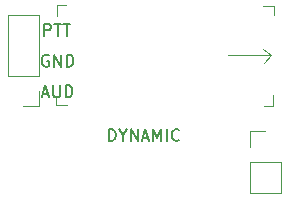
<source format=gbr>
G04 #@! TF.GenerationSoftware,KiCad,Pcbnew,(5.1.4)-1*
G04 #@! TF.CreationDate,2020-03-11T16:36:07-04:00*
G04 #@! TF.ProjectId,MicSwitchBoard,4d696353-7769-4746-9368-426f6172642e,rev?*
G04 #@! TF.SameCoordinates,Original*
G04 #@! TF.FileFunction,Legend,Top*
G04 #@! TF.FilePolarity,Positive*
%FSLAX46Y46*%
G04 Gerber Fmt 4.6, Leading zero omitted, Abs format (unit mm)*
G04 Created by KiCad (PCBNEW (5.1.4)-1) date 2020-03-11 16:36:07*
%MOMM*%
%LPD*%
G04 APERTURE LIST*
%ADD10C,0.150000*%
%ADD11C,0.120000*%
G04 APERTURE END LIST*
D10*
X117638095Y-70766666D02*
X118114285Y-70766666D01*
X117542857Y-71052380D02*
X117876190Y-70052380D01*
X118209523Y-71052380D01*
X118542857Y-70052380D02*
X118542857Y-70861904D01*
X118590476Y-70957142D01*
X118638095Y-71004761D01*
X118733333Y-71052380D01*
X118923809Y-71052380D01*
X119019047Y-71004761D01*
X119066666Y-70957142D01*
X119114285Y-70861904D01*
X119114285Y-70052380D01*
X119590476Y-71052380D02*
X119590476Y-70052380D01*
X119828571Y-70052380D01*
X119971428Y-70100000D01*
X120066666Y-70195238D01*
X120114285Y-70290476D01*
X120161904Y-70480952D01*
X120161904Y-70623809D01*
X120114285Y-70814285D01*
X120066666Y-70909523D01*
X119971428Y-71004761D01*
X119828571Y-71052380D01*
X119590476Y-71052380D01*
X118138095Y-67500000D02*
X118042857Y-67452380D01*
X117900000Y-67452380D01*
X117757142Y-67500000D01*
X117661904Y-67595238D01*
X117614285Y-67690476D01*
X117566666Y-67880952D01*
X117566666Y-68023809D01*
X117614285Y-68214285D01*
X117661904Y-68309523D01*
X117757142Y-68404761D01*
X117900000Y-68452380D01*
X117995238Y-68452380D01*
X118138095Y-68404761D01*
X118185714Y-68357142D01*
X118185714Y-68023809D01*
X117995238Y-68023809D01*
X118614285Y-68452380D02*
X118614285Y-67452380D01*
X119185714Y-68452380D01*
X119185714Y-67452380D01*
X119661904Y-68452380D02*
X119661904Y-67452380D01*
X119900000Y-67452380D01*
X120042857Y-67500000D01*
X120138095Y-67595238D01*
X120185714Y-67690476D01*
X120233333Y-67880952D01*
X120233333Y-68023809D01*
X120185714Y-68214285D01*
X120138095Y-68309523D01*
X120042857Y-68404761D01*
X119900000Y-68452380D01*
X119661904Y-68452380D01*
X117776190Y-65852380D02*
X117776190Y-64852380D01*
X118157142Y-64852380D01*
X118252380Y-64900000D01*
X118300000Y-64947619D01*
X118347619Y-65042857D01*
X118347619Y-65185714D01*
X118300000Y-65280952D01*
X118252380Y-65328571D01*
X118157142Y-65376190D01*
X117776190Y-65376190D01*
X118633333Y-64852380D02*
X119204761Y-64852380D01*
X118919047Y-65852380D02*
X118919047Y-64852380D01*
X119395238Y-64852380D02*
X119966666Y-64852380D01*
X119680952Y-65852380D02*
X119680952Y-64852380D01*
X123247619Y-74752380D02*
X123247619Y-73752380D01*
X123485714Y-73752380D01*
X123628571Y-73800000D01*
X123723809Y-73895238D01*
X123771428Y-73990476D01*
X123819047Y-74180952D01*
X123819047Y-74323809D01*
X123771428Y-74514285D01*
X123723809Y-74609523D01*
X123628571Y-74704761D01*
X123485714Y-74752380D01*
X123247619Y-74752380D01*
X124438095Y-74276190D02*
X124438095Y-74752380D01*
X124104761Y-73752380D02*
X124438095Y-74276190D01*
X124771428Y-73752380D01*
X125104761Y-74752380D02*
X125104761Y-73752380D01*
X125676190Y-74752380D01*
X125676190Y-73752380D01*
X126104761Y-74466666D02*
X126580952Y-74466666D01*
X126009523Y-74752380D02*
X126342857Y-73752380D01*
X126676190Y-74752380D01*
X127009523Y-74752380D02*
X127009523Y-73752380D01*
X127342857Y-74466666D01*
X127676190Y-73752380D01*
X127676190Y-74752380D01*
X128152380Y-74752380D02*
X128152380Y-73752380D01*
X129200000Y-74657142D02*
X129152380Y-74704761D01*
X129009523Y-74752380D01*
X128914285Y-74752380D01*
X128771428Y-74704761D01*
X128676190Y-74609523D01*
X128628571Y-74514285D01*
X128580952Y-74323809D01*
X128580952Y-74180952D01*
X128628571Y-73990476D01*
X128676190Y-73895238D01*
X128771428Y-73800000D01*
X128914285Y-73752380D01*
X129009523Y-73752380D01*
X129152380Y-73800000D01*
X129200000Y-73847619D01*
D11*
X136940800Y-67500000D02*
X136331200Y-66941200D01*
X136940800Y-67500000D02*
X136382000Y-68109600D01*
X118842800Y-64146400D02*
X118842800Y-63232000D01*
X118842800Y-63232000D02*
X119655600Y-63232000D01*
X119718800Y-71729600D02*
X118804400Y-71729600D01*
X118804400Y-71729600D02*
X118804400Y-70916800D01*
X137157200Y-70853600D02*
X137157200Y-71768000D01*
X137157200Y-71768000D02*
X136344400Y-71768000D01*
X136940800Y-67500000D02*
X133334000Y-67500000D01*
X137194800Y-63283600D02*
X137194800Y-64096400D01*
X136280400Y-63283600D02*
X137194800Y-63283600D01*
X117330000Y-71830000D02*
X116000000Y-71830000D01*
X117330000Y-70500000D02*
X117330000Y-71830000D01*
X117330000Y-69230000D02*
X114670000Y-69230000D01*
X114670000Y-69230000D02*
X114670000Y-64090000D01*
X117330000Y-69230000D02*
X117330000Y-64090000D01*
X117330000Y-64090000D02*
X114670000Y-64090000D01*
X135170000Y-73920000D02*
X136500000Y-73920000D01*
X135170000Y-75250000D02*
X135170000Y-73920000D01*
X135170000Y-76520000D02*
X137830000Y-76520000D01*
X137830000Y-76520000D02*
X137830000Y-79120000D01*
X135170000Y-76520000D02*
X135170000Y-79120000D01*
X135170000Y-79120000D02*
X137830000Y-79120000D01*
M02*

</source>
